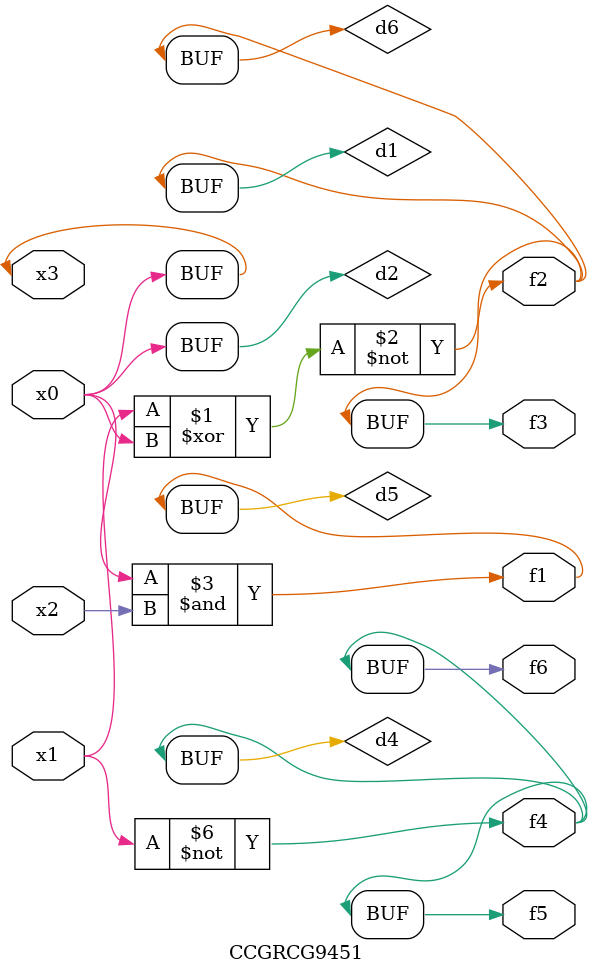
<source format=v>
module CCGRCG9451(
	input x0, x1, x2, x3,
	output f1, f2, f3, f4, f5, f6
);

	wire d1, d2, d3, d4, d5, d6;

	xnor (d1, x1, x3);
	buf (d2, x0, x3);
	nand (d3, x0, x2);
	not (d4, x1);
	nand (d5, d3);
	or (d6, d1);
	assign f1 = d5;
	assign f2 = d6;
	assign f3 = d6;
	assign f4 = d4;
	assign f5 = d4;
	assign f6 = d4;
endmodule

</source>
